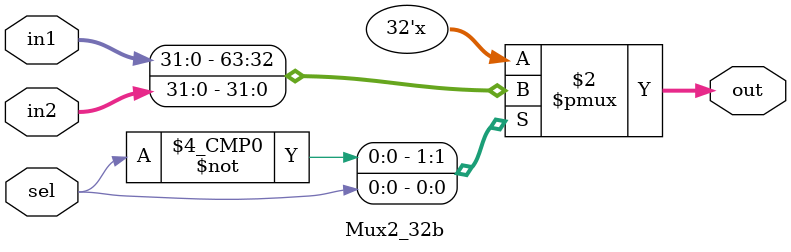
<source format=v>
`timescale 1ns / 1ps
module Mux2_32b( input [31:0] in1,input [31:0]in2,input sel,output reg [31:0] out); 
	
//assign out=(sel==0)? in1: in2 ;
	always@(*) begin 
		case(sel)
			0:	out=in1 ;
			1:	out= in2 ;
		endcase
	end
endmodule

</source>
